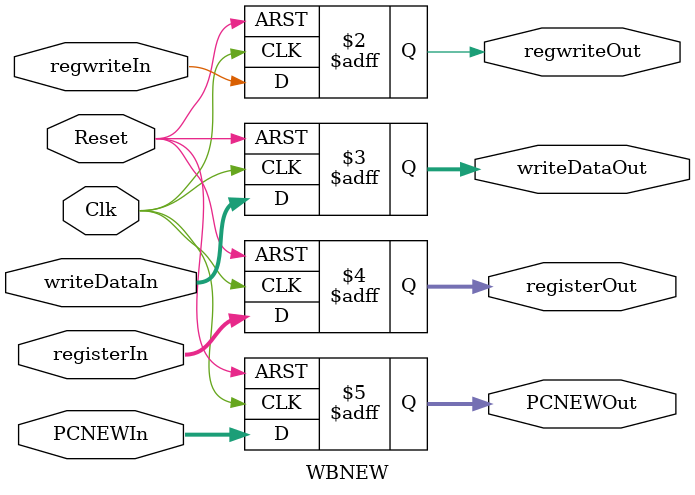
<source format=v>
`timescale 1ns / 1ps

module WBNEW(
    input Reset,               // Reset signal
    input Clk,                 // Clock signal
    input wire regwriteIn,      // Input: regWrite control signal
    input wire [31:0] writeDataIn, // Input: data to be written
    input wire [4:0] registerIn,
    input wire [31:0] PCNEWIn,

    output reg regwriteOut,    // Output: regWrite control signal
    output reg [31:0] writeDataOut, // Output: data to be written
    output reg [4:0] registerOut,
    output reg [31:0] PCNEWOut

    
);

    always @(negedge Clk or posedge Reset) begin
        if (Reset) begin
            // Reset all outputs to zero
            regwriteOut <= 0;
            writeDataOut <= 0;
            registerOut<= 0;
            PCNEWOut<= 0;
        end else begin
            // Pass inputs to outputs
            regwriteOut <= regwriteIn;
            writeDataOut <= writeDataIn;
            registerOut <= registerIn;
            PCNEWOut<=PCNEWIn;
        end
    end

endmodule

</source>
